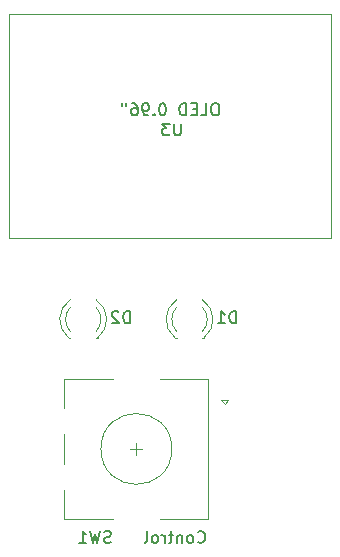
<source format=gbr>
%TF.GenerationSoftware,KiCad,Pcbnew,(5.1.6)-1*%
%TF.CreationDate,2020-11-25T15:39:46-05:00*%
%TF.ProjectId,CNC_Board,434e435f-426f-4617-9264-2e6b69636164,rev?*%
%TF.SameCoordinates,Original*%
%TF.FileFunction,Legend,Bot*%
%TF.FilePolarity,Positive*%
%FSLAX46Y46*%
G04 Gerber Fmt 4.6, Leading zero omitted, Abs format (unit mm)*
G04 Created by KiCad (PCBNEW (5.1.6)-1) date 2020-11-25 15:39:46*
%MOMM*%
%LPD*%
G01*
G04 APERTURE LIST*
%ADD10C,0.150000*%
%ADD11C,0.120000*%
G04 APERTURE END LIST*
D10*
X110704761Y-131857142D02*
X110752380Y-131904761D01*
X110895238Y-131952380D01*
X110990476Y-131952380D01*
X111133333Y-131904761D01*
X111228571Y-131809523D01*
X111276190Y-131714285D01*
X111323809Y-131523809D01*
X111323809Y-131380952D01*
X111276190Y-131190476D01*
X111228571Y-131095238D01*
X111133333Y-131000000D01*
X110990476Y-130952380D01*
X110895238Y-130952380D01*
X110752380Y-131000000D01*
X110704761Y-131047619D01*
X110133333Y-131952380D02*
X110228571Y-131904761D01*
X110276190Y-131857142D01*
X110323809Y-131761904D01*
X110323809Y-131476190D01*
X110276190Y-131380952D01*
X110228571Y-131333333D01*
X110133333Y-131285714D01*
X109990476Y-131285714D01*
X109895238Y-131333333D01*
X109847619Y-131380952D01*
X109800000Y-131476190D01*
X109800000Y-131761904D01*
X109847619Y-131857142D01*
X109895238Y-131904761D01*
X109990476Y-131952380D01*
X110133333Y-131952380D01*
X109371428Y-131285714D02*
X109371428Y-131952380D01*
X109371428Y-131380952D02*
X109323809Y-131333333D01*
X109228571Y-131285714D01*
X109085714Y-131285714D01*
X108990476Y-131333333D01*
X108942857Y-131428571D01*
X108942857Y-131952380D01*
X108609523Y-131285714D02*
X108228571Y-131285714D01*
X108466666Y-130952380D02*
X108466666Y-131809523D01*
X108419047Y-131904761D01*
X108323809Y-131952380D01*
X108228571Y-131952380D01*
X107895238Y-131952380D02*
X107895238Y-131285714D01*
X107895238Y-131476190D02*
X107847619Y-131380952D01*
X107800000Y-131333333D01*
X107704761Y-131285714D01*
X107609523Y-131285714D01*
X107133333Y-131952380D02*
X107228571Y-131904761D01*
X107276190Y-131857142D01*
X107323809Y-131761904D01*
X107323809Y-131476190D01*
X107276190Y-131380952D01*
X107228571Y-131333333D01*
X107133333Y-131285714D01*
X106990476Y-131285714D01*
X106895238Y-131333333D01*
X106847619Y-131380952D01*
X106800000Y-131476190D01*
X106800000Y-131761904D01*
X106847619Y-131857142D01*
X106895238Y-131904761D01*
X106990476Y-131952380D01*
X107133333Y-131952380D01*
X106228571Y-131952380D02*
X106323809Y-131904761D01*
X106371428Y-131809523D01*
X106371428Y-130952380D01*
X112280952Y-94752380D02*
X112090476Y-94752380D01*
X111995238Y-94800000D01*
X111900000Y-94895238D01*
X111852380Y-95085714D01*
X111852380Y-95419047D01*
X111900000Y-95609523D01*
X111995238Y-95704761D01*
X112090476Y-95752380D01*
X112280952Y-95752380D01*
X112376190Y-95704761D01*
X112471428Y-95609523D01*
X112519047Y-95419047D01*
X112519047Y-95085714D01*
X112471428Y-94895238D01*
X112376190Y-94800000D01*
X112280952Y-94752380D01*
X110947619Y-95752380D02*
X111423809Y-95752380D01*
X111423809Y-94752380D01*
X110614285Y-95228571D02*
X110280952Y-95228571D01*
X110138095Y-95752380D02*
X110614285Y-95752380D01*
X110614285Y-94752380D01*
X110138095Y-94752380D01*
X109709523Y-95752380D02*
X109709523Y-94752380D01*
X109471428Y-94752380D01*
X109328571Y-94800000D01*
X109233333Y-94895238D01*
X109185714Y-94990476D01*
X109138095Y-95180952D01*
X109138095Y-95323809D01*
X109185714Y-95514285D01*
X109233333Y-95609523D01*
X109328571Y-95704761D01*
X109471428Y-95752380D01*
X109709523Y-95752380D01*
X107757142Y-94752380D02*
X107661904Y-94752380D01*
X107566666Y-94800000D01*
X107519047Y-94847619D01*
X107471428Y-94942857D01*
X107423809Y-95133333D01*
X107423809Y-95371428D01*
X107471428Y-95561904D01*
X107519047Y-95657142D01*
X107566666Y-95704761D01*
X107661904Y-95752380D01*
X107757142Y-95752380D01*
X107852380Y-95704761D01*
X107900000Y-95657142D01*
X107947619Y-95561904D01*
X107995238Y-95371428D01*
X107995238Y-95133333D01*
X107947619Y-94942857D01*
X107900000Y-94847619D01*
X107852380Y-94800000D01*
X107757142Y-94752380D01*
X106995238Y-95657142D02*
X106947619Y-95704761D01*
X106995238Y-95752380D01*
X107042857Y-95704761D01*
X106995238Y-95657142D01*
X106995238Y-95752380D01*
X106471428Y-95752380D02*
X106280952Y-95752380D01*
X106185714Y-95704761D01*
X106138095Y-95657142D01*
X106042857Y-95514285D01*
X105995238Y-95323809D01*
X105995238Y-94942857D01*
X106042857Y-94847619D01*
X106090476Y-94800000D01*
X106185714Y-94752380D01*
X106376190Y-94752380D01*
X106471428Y-94800000D01*
X106519047Y-94847619D01*
X106566666Y-94942857D01*
X106566666Y-95180952D01*
X106519047Y-95276190D01*
X106471428Y-95323809D01*
X106376190Y-95371428D01*
X106185714Y-95371428D01*
X106090476Y-95323809D01*
X106042857Y-95276190D01*
X105995238Y-95180952D01*
X105138095Y-94752380D02*
X105328571Y-94752380D01*
X105423809Y-94800000D01*
X105471428Y-94847619D01*
X105566666Y-94990476D01*
X105614285Y-95180952D01*
X105614285Y-95561904D01*
X105566666Y-95657142D01*
X105519047Y-95704761D01*
X105423809Y-95752380D01*
X105233333Y-95752380D01*
X105138095Y-95704761D01*
X105090476Y-95657142D01*
X105042857Y-95561904D01*
X105042857Y-95323809D01*
X105090476Y-95228571D01*
X105138095Y-95180952D01*
X105233333Y-95133333D01*
X105423809Y-95133333D01*
X105519047Y-95180952D01*
X105566666Y-95228571D01*
X105614285Y-95323809D01*
X104661904Y-94752380D02*
X104661904Y-94942857D01*
X104280952Y-94752380D02*
X104280952Y-94942857D01*
D11*
%TO.C,U3*%
X122000000Y-106150000D02*
X122000000Y-96650000D01*
X94700000Y-106150000D02*
X122000000Y-106150000D01*
X94700000Y-87150000D02*
X94700000Y-106150000D01*
X122000000Y-87150000D02*
X94700000Y-87150000D01*
X122000000Y-96650000D02*
X122000000Y-87150000D01*
X122000000Y-96600000D02*
X122000000Y-96650000D01*
%TO.C,SW1*%
X108500000Y-124000000D02*
G75*
G03*
X108500000Y-124000000I-3000000J0D01*
G01*
X103500000Y-118100000D02*
X99400000Y-118100000D01*
X99400000Y-129900000D02*
X103500000Y-129900000D01*
X107500000Y-129900000D02*
X111600000Y-129900000D01*
X107500000Y-118100000D02*
X111600000Y-118100000D01*
X111600000Y-118100000D02*
X111600000Y-129900000D01*
X113000000Y-120200000D02*
X113300000Y-119900000D01*
X113300000Y-119900000D02*
X112700000Y-119900000D01*
X112700000Y-119900000D02*
X113000000Y-120200000D01*
X99400000Y-118100000D02*
X99400000Y-120500000D01*
X99400000Y-122700000D02*
X99400000Y-125300000D01*
X99400000Y-127500000D02*
X99400000Y-129900000D01*
X105500000Y-123500000D02*
X105500000Y-124500000D01*
X106000000Y-124000000D02*
X105000000Y-124000000D01*
%TO.C,D2*%
X99920000Y-114590000D02*
X99764000Y-114590000D01*
X102236000Y-114590000D02*
X102080000Y-114590000D01*
X99920163Y-111988870D02*
G75*
G03*
X99920000Y-114070961I1079837J-1041130D01*
G01*
X102079837Y-111988870D02*
G75*
G02*
X102080000Y-114070961I-1079837J-1041130D01*
G01*
X99921392Y-111357665D02*
G75*
G03*
X99764484Y-114590000I1078608J-1672335D01*
G01*
X102078608Y-111357665D02*
G75*
G02*
X102235516Y-114590000I-1078608J-1672335D01*
G01*
%TO.C,D1*%
X108920000Y-114590000D02*
X108764000Y-114590000D01*
X111236000Y-114590000D02*
X111080000Y-114590000D01*
X108920163Y-111988870D02*
G75*
G03*
X108920000Y-114070961I1079837J-1041130D01*
G01*
X111079837Y-111988870D02*
G75*
G02*
X111080000Y-114070961I-1079837J-1041130D01*
G01*
X108921392Y-111357665D02*
G75*
G03*
X108764484Y-114590000I1078608J-1672335D01*
G01*
X111078608Y-111357665D02*
G75*
G02*
X111235516Y-114590000I-1078608J-1672335D01*
G01*
%TO.C,U3*%
D10*
X109261904Y-96452380D02*
X109261904Y-97261904D01*
X109214285Y-97357142D01*
X109166666Y-97404761D01*
X109071428Y-97452380D01*
X108880952Y-97452380D01*
X108785714Y-97404761D01*
X108738095Y-97357142D01*
X108690476Y-97261904D01*
X108690476Y-96452380D01*
X108309523Y-96452380D02*
X107690476Y-96452380D01*
X108023809Y-96833333D01*
X107880952Y-96833333D01*
X107785714Y-96880952D01*
X107738095Y-96928571D01*
X107690476Y-97023809D01*
X107690476Y-97261904D01*
X107738095Y-97357142D01*
X107785714Y-97404761D01*
X107880952Y-97452380D01*
X108166666Y-97452380D01*
X108261904Y-97404761D01*
X108309523Y-97357142D01*
%TO.C,SW1*%
X103333333Y-131904761D02*
X103190476Y-131952380D01*
X102952380Y-131952380D01*
X102857142Y-131904761D01*
X102809523Y-131857142D01*
X102761904Y-131761904D01*
X102761904Y-131666666D01*
X102809523Y-131571428D01*
X102857142Y-131523809D01*
X102952380Y-131476190D01*
X103142857Y-131428571D01*
X103238095Y-131380952D01*
X103285714Y-131333333D01*
X103333333Y-131238095D01*
X103333333Y-131142857D01*
X103285714Y-131047619D01*
X103238095Y-131000000D01*
X103142857Y-130952380D01*
X102904761Y-130952380D01*
X102761904Y-131000000D01*
X102428571Y-130952380D02*
X102190476Y-131952380D01*
X102000000Y-131238095D01*
X101809523Y-131952380D01*
X101571428Y-130952380D01*
X100666666Y-131952380D02*
X101238095Y-131952380D01*
X100952380Y-131952380D02*
X100952380Y-130952380D01*
X101047619Y-131095238D01*
X101142857Y-131190476D01*
X101238095Y-131238095D01*
%TO.C,D2*%
X104938095Y-113352380D02*
X104938095Y-112352380D01*
X104700000Y-112352380D01*
X104557142Y-112400000D01*
X104461904Y-112495238D01*
X104414285Y-112590476D01*
X104366666Y-112780952D01*
X104366666Y-112923809D01*
X104414285Y-113114285D01*
X104461904Y-113209523D01*
X104557142Y-113304761D01*
X104700000Y-113352380D01*
X104938095Y-113352380D01*
X103985714Y-112447619D02*
X103938095Y-112400000D01*
X103842857Y-112352380D01*
X103604761Y-112352380D01*
X103509523Y-112400000D01*
X103461904Y-112447619D01*
X103414285Y-112542857D01*
X103414285Y-112638095D01*
X103461904Y-112780952D01*
X104033333Y-113352380D01*
X103414285Y-113352380D01*
%TO.C,D1*%
X113938095Y-113352380D02*
X113938095Y-112352380D01*
X113700000Y-112352380D01*
X113557142Y-112400000D01*
X113461904Y-112495238D01*
X113414285Y-112590476D01*
X113366666Y-112780952D01*
X113366666Y-112923809D01*
X113414285Y-113114285D01*
X113461904Y-113209523D01*
X113557142Y-113304761D01*
X113700000Y-113352380D01*
X113938095Y-113352380D01*
X112414285Y-113352380D02*
X112985714Y-113352380D01*
X112700000Y-113352380D02*
X112700000Y-112352380D01*
X112795238Y-112495238D01*
X112890476Y-112590476D01*
X112985714Y-112638095D01*
%TD*%
M02*

</source>
